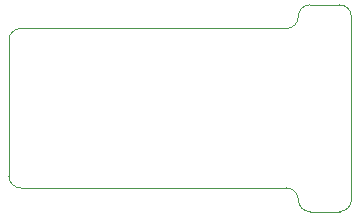
<source format=gbr>
%TF.GenerationSoftware,KiCad,Pcbnew,5.1.6-c6e7f7d~87~ubuntu18.04.1*%
%TF.CreationDate,2020-07-27T20:58:04-04:00*%
%TF.ProjectId,nucleo-stlink-adapter,6e75636c-656f-42d7-9374-6c696e6b2d61,rev?*%
%TF.SameCoordinates,Original*%
%TF.FileFunction,Profile,NP*%
%FSLAX46Y46*%
G04 Gerber Fmt 4.6, Leading zero omitted, Abs format (unit mm)*
G04 Created by KiCad (PCBNEW 5.1.6-c6e7f7d~87~ubuntu18.04.1) date 2020-07-27 20:58:04*
%MOMM*%
%LPD*%
G01*
G04 APERTURE LIST*
%TA.AperFunction,Profile*%
%ADD10C,0.050000*%
%TD*%
G04 APERTURE END LIST*
D10*
X122500000Y-74500000D02*
X100000000Y-74500000D01*
X100000000Y-88000000D02*
X122500000Y-88000000D01*
X99000000Y-87000000D02*
X99000000Y-75500000D01*
X100000000Y-88000000D02*
G75*
G02*
X99000000Y-87000000I0J1000000D01*
G01*
X99000000Y-75500000D02*
G75*
G02*
X100000000Y-74500000I1000000J0D01*
G01*
X123500000Y-73500000D02*
G75*
G02*
X122500000Y-74500000I-1000000J0D01*
G01*
X122500000Y-88000000D02*
G75*
G02*
X123500000Y-89000000I0J-1000000D01*
G01*
X127000000Y-90000000D02*
X124500000Y-90000000D01*
X128000000Y-73500000D02*
X128000000Y-89000000D01*
X124500000Y-72500000D02*
X127000000Y-72500000D01*
X124500000Y-90000000D02*
G75*
G02*
X123500000Y-89000000I0J1000000D01*
G01*
X123500000Y-73500000D02*
G75*
G02*
X124500000Y-72500000I1000000J0D01*
G01*
X127000000Y-72500000D02*
G75*
G02*
X128000000Y-73500000I0J-1000000D01*
G01*
X128000000Y-89000000D02*
G75*
G02*
X127000000Y-90000000I-1000000J0D01*
G01*
M02*

</source>
